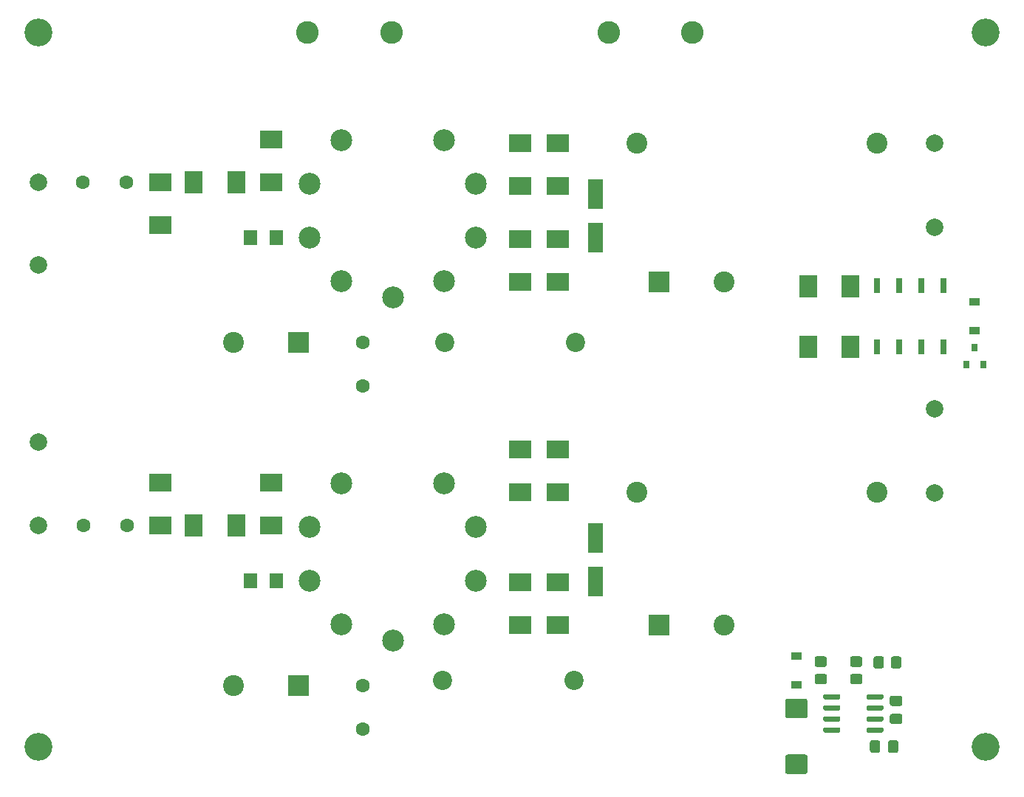
<source format=gbr>
G04 #@! TF.GenerationSoftware,KiCad,Pcbnew,(5.1.9-0-10_14)*
G04 #@! TF.CreationDate,2021-04-04T17:32:44+02:00*
G04 #@! TF.ProjectId,pre-amp-ecc88,7072652d-616d-4702-9d65-636338382e6b,rev?*
G04 #@! TF.SameCoordinates,Original*
G04 #@! TF.FileFunction,Soldermask,Top*
G04 #@! TF.FilePolarity,Negative*
%FSLAX46Y46*%
G04 Gerber Fmt 4.6, Leading zero omitted, Abs format (unit mm)*
G04 Created by KiCad (PCBNEW (5.1.9-0-10_14)) date 2021-04-04 17:32:44*
%MOMM*%
%LPD*%
G01*
G04 APERTURE LIST*
%ADD10R,0.800000X0.900000*%
%ADD11R,1.200000X0.900000*%
%ADD12R,0.800000X1.800000*%
%ADD13C,2.499360*%
%ADD14R,1.800000X3.500000*%
%ADD15C,2.400000*%
%ADD16R,2.400000X2.400000*%
%ADD17C,1.600000*%
%ADD18R,2.100000X2.600000*%
%ADD19R,2.600000X2.100000*%
%ADD20R,1.500000X1.800000*%
%ADD21C,2.000000*%
%ADD22C,2.600000*%
%ADD23C,2.200000*%
%ADD24C,3.200000*%
G04 APERTURE END LIST*
G36*
G01*
X138722000Y-152550000D02*
X138722000Y-152250000D01*
G75*
G02*
X138872000Y-152100000I150000J0D01*
G01*
X140522000Y-152100000D01*
G75*
G02*
X140672000Y-152250000I0J-150000D01*
G01*
X140672000Y-152550000D01*
G75*
G02*
X140522000Y-152700000I-150000J0D01*
G01*
X138872000Y-152700000D01*
G75*
G02*
X138722000Y-152550000I0J150000D01*
G01*
G37*
G36*
G01*
X138722000Y-153820000D02*
X138722000Y-153520000D01*
G75*
G02*
X138872000Y-153370000I150000J0D01*
G01*
X140522000Y-153370000D01*
G75*
G02*
X140672000Y-153520000I0J-150000D01*
G01*
X140672000Y-153820000D01*
G75*
G02*
X140522000Y-153970000I-150000J0D01*
G01*
X138872000Y-153970000D01*
G75*
G02*
X138722000Y-153820000I0J150000D01*
G01*
G37*
G36*
G01*
X138722000Y-155090000D02*
X138722000Y-154790000D01*
G75*
G02*
X138872000Y-154640000I150000J0D01*
G01*
X140522000Y-154640000D01*
G75*
G02*
X140672000Y-154790000I0J-150000D01*
G01*
X140672000Y-155090000D01*
G75*
G02*
X140522000Y-155240000I-150000J0D01*
G01*
X138872000Y-155240000D01*
G75*
G02*
X138722000Y-155090000I0J150000D01*
G01*
G37*
G36*
G01*
X138722000Y-156360000D02*
X138722000Y-156060000D01*
G75*
G02*
X138872000Y-155910000I150000J0D01*
G01*
X140522000Y-155910000D01*
G75*
G02*
X140672000Y-156060000I0J-150000D01*
G01*
X140672000Y-156360000D01*
G75*
G02*
X140522000Y-156510000I-150000J0D01*
G01*
X138872000Y-156510000D01*
G75*
G02*
X138722000Y-156360000I0J150000D01*
G01*
G37*
G36*
G01*
X133772000Y-156360000D02*
X133772000Y-156060000D01*
G75*
G02*
X133922000Y-155910000I150000J0D01*
G01*
X135572000Y-155910000D01*
G75*
G02*
X135722000Y-156060000I0J-150000D01*
G01*
X135722000Y-156360000D01*
G75*
G02*
X135572000Y-156510000I-150000J0D01*
G01*
X133922000Y-156510000D01*
G75*
G02*
X133772000Y-156360000I0J150000D01*
G01*
G37*
G36*
G01*
X133772000Y-155090000D02*
X133772000Y-154790000D01*
G75*
G02*
X133922000Y-154640000I150000J0D01*
G01*
X135572000Y-154640000D01*
G75*
G02*
X135722000Y-154790000I0J-150000D01*
G01*
X135722000Y-155090000D01*
G75*
G02*
X135572000Y-155240000I-150000J0D01*
G01*
X133922000Y-155240000D01*
G75*
G02*
X133772000Y-155090000I0J150000D01*
G01*
G37*
G36*
G01*
X133772000Y-153820000D02*
X133772000Y-153520000D01*
G75*
G02*
X133922000Y-153370000I150000J0D01*
G01*
X135572000Y-153370000D01*
G75*
G02*
X135722000Y-153520000I0J-150000D01*
G01*
X135722000Y-153820000D01*
G75*
G02*
X135572000Y-153970000I-150000J0D01*
G01*
X133922000Y-153970000D01*
G75*
G02*
X133772000Y-153820000I0J150000D01*
G01*
G37*
G36*
G01*
X133772000Y-152550000D02*
X133772000Y-152250000D01*
G75*
G02*
X133922000Y-152100000I150000J0D01*
G01*
X135572000Y-152100000D01*
G75*
G02*
X135722000Y-152250000I0J-150000D01*
G01*
X135722000Y-152550000D01*
G75*
G02*
X135572000Y-152700000I-150000J0D01*
G01*
X133922000Y-152700000D01*
G75*
G02*
X133772000Y-152550000I0J150000D01*
G01*
G37*
G36*
G01*
X141513000Y-148913001D02*
X141513000Y-148012999D01*
G75*
G02*
X141762999Y-147763000I249999J0D01*
G01*
X142463001Y-147763000D01*
G75*
G02*
X142713000Y-148012999I0J-249999D01*
G01*
X142713000Y-148913001D01*
G75*
G02*
X142463001Y-149163000I-249999J0D01*
G01*
X141762999Y-149163000D01*
G75*
G02*
X141513000Y-148913001I0J249999D01*
G01*
G37*
G36*
G01*
X139513000Y-148913001D02*
X139513000Y-148012999D01*
G75*
G02*
X139762999Y-147763000I249999J0D01*
G01*
X140463001Y-147763000D01*
G75*
G02*
X140713000Y-148012999I0J-249999D01*
G01*
X140713000Y-148913001D01*
G75*
G02*
X140463001Y-149163000I-249999J0D01*
G01*
X139762999Y-149163000D01*
G75*
G02*
X139513000Y-148913001I0J249999D01*
G01*
G37*
G36*
G01*
X137090999Y-149768000D02*
X137991001Y-149768000D01*
G75*
G02*
X138241000Y-150017999I0J-249999D01*
G01*
X138241000Y-150718001D01*
G75*
G02*
X137991001Y-150968000I-249999J0D01*
G01*
X137090999Y-150968000D01*
G75*
G02*
X136841000Y-150718001I0J249999D01*
G01*
X136841000Y-150017999D01*
G75*
G02*
X137090999Y-149768000I249999J0D01*
G01*
G37*
G36*
G01*
X137090999Y-147768000D02*
X137991001Y-147768000D01*
G75*
G02*
X138241000Y-148017999I0J-249999D01*
G01*
X138241000Y-148718001D01*
G75*
G02*
X137991001Y-148968000I-249999J0D01*
G01*
X137090999Y-148968000D01*
G75*
G02*
X136841000Y-148718001I0J249999D01*
G01*
X136841000Y-148017999D01*
G75*
G02*
X137090999Y-147768000I249999J0D01*
G01*
G37*
G36*
G01*
X133927001Y-148968000D02*
X133026999Y-148968000D01*
G75*
G02*
X132777000Y-148718001I0J249999D01*
G01*
X132777000Y-148017999D01*
G75*
G02*
X133026999Y-147768000I249999J0D01*
G01*
X133927001Y-147768000D01*
G75*
G02*
X134177000Y-148017999I0J-249999D01*
G01*
X134177000Y-148718001D01*
G75*
G02*
X133927001Y-148968000I-249999J0D01*
G01*
G37*
G36*
G01*
X133927001Y-150968000D02*
X133026999Y-150968000D01*
G75*
G02*
X132777000Y-150718001I0J249999D01*
G01*
X132777000Y-150017999D01*
G75*
G02*
X133026999Y-149768000I249999J0D01*
G01*
X133927001Y-149768000D01*
G75*
G02*
X134177000Y-150017999I0J-249999D01*
G01*
X134177000Y-150718001D01*
G75*
G02*
X133927001Y-150968000I-249999J0D01*
G01*
G37*
D10*
X151130000Y-112300000D03*
X152080000Y-114300000D03*
X150180000Y-114300000D03*
D11*
X151130000Y-110362000D03*
X151130000Y-107062000D03*
X130683000Y-147702000D03*
X130683000Y-151002000D03*
G36*
G01*
X142588000Y-153452500D02*
X141638000Y-153452500D01*
G75*
G02*
X141388000Y-153202500I0J250000D01*
G01*
X141388000Y-152527500D01*
G75*
G02*
X141638000Y-152277500I250000J0D01*
G01*
X142588000Y-152277500D01*
G75*
G02*
X142838000Y-152527500I0J-250000D01*
G01*
X142838000Y-153202500D01*
G75*
G02*
X142588000Y-153452500I-250000J0D01*
G01*
G37*
G36*
G01*
X142588000Y-155527500D02*
X141638000Y-155527500D01*
G75*
G02*
X141388000Y-155277500I0J250000D01*
G01*
X141388000Y-154602500D01*
G75*
G02*
X141638000Y-154352500I250000J0D01*
G01*
X142588000Y-154352500D01*
G75*
G02*
X142838000Y-154602500I0J-250000D01*
G01*
X142838000Y-155277500D01*
G75*
G02*
X142588000Y-155527500I-250000J0D01*
G01*
G37*
G36*
G01*
X141187500Y-158590000D02*
X141187500Y-157640000D01*
G75*
G02*
X141437500Y-157390000I250000J0D01*
G01*
X142112500Y-157390000D01*
G75*
G02*
X142362500Y-157640000I0J-250000D01*
G01*
X142362500Y-158590000D01*
G75*
G02*
X142112500Y-158840000I-250000J0D01*
G01*
X141437500Y-158840000D01*
G75*
G02*
X141187500Y-158590000I0J250000D01*
G01*
G37*
G36*
G01*
X139112500Y-158590000D02*
X139112500Y-157640000D01*
G75*
G02*
X139362500Y-157390000I250000J0D01*
G01*
X140037500Y-157390000D01*
G75*
G02*
X140287500Y-157640000I0J-250000D01*
G01*
X140287500Y-158590000D01*
G75*
G02*
X140037500Y-158840000I-250000J0D01*
G01*
X139362500Y-158840000D01*
G75*
G02*
X139112500Y-158590000I0J250000D01*
G01*
G37*
G36*
G01*
X131708001Y-154872000D02*
X129657999Y-154872000D01*
G75*
G02*
X129408000Y-154622001I0J249999D01*
G01*
X129408000Y-152871999D01*
G75*
G02*
X129657999Y-152622000I249999J0D01*
G01*
X131708001Y-152622000D01*
G75*
G02*
X131958000Y-152871999I0J-249999D01*
G01*
X131958000Y-154622001D01*
G75*
G02*
X131708001Y-154872000I-249999J0D01*
G01*
G37*
G36*
G01*
X131708001Y-161272000D02*
X129657999Y-161272000D01*
G75*
G02*
X129408000Y-161022001I0J249999D01*
G01*
X129408000Y-159271999D01*
G75*
G02*
X129657999Y-159022000I249999J0D01*
G01*
X131708001Y-159022000D01*
G75*
G02*
X131958000Y-159271999I0J-249999D01*
G01*
X131958000Y-161022001D01*
G75*
G02*
X131708001Y-161272000I-249999J0D01*
G01*
G37*
D12*
X147574000Y-105268000D03*
X145034000Y-105268000D03*
X142494000Y-105268000D03*
X139954000Y-105268000D03*
X139954000Y-112268000D03*
X142494000Y-112268000D03*
X145034000Y-112268000D03*
X147574000Y-112268000D03*
D13*
X78562200Y-88519000D03*
X74930000Y-93522800D03*
X74930000Y-99695000D03*
X78562200Y-104698800D03*
X84439760Y-106608880D03*
X90317320Y-104698800D03*
X93949520Y-99695000D03*
X93949520Y-93522800D03*
X90317320Y-88519000D03*
X78562200Y-127889000D03*
X74930000Y-132892800D03*
X74930000Y-139065000D03*
X78562200Y-144068800D03*
X84439760Y-145978880D03*
X90317320Y-144068800D03*
X93949520Y-139065000D03*
X93949520Y-132892800D03*
X90317320Y-127889000D03*
D14*
X107696000Y-99742000D03*
X107696000Y-94742000D03*
X107696000Y-139192000D03*
X107696000Y-134192000D03*
D15*
X112395000Y-88900000D03*
X139895000Y-88900000D03*
X112395000Y-128905000D03*
X139895000Y-128905000D03*
X66160000Y-111760000D03*
D16*
X73660000Y-111760000D03*
D17*
X81026000Y-116760000D03*
X81026000Y-111760000D03*
D15*
X66160000Y-151130000D03*
D16*
X73660000Y-151130000D03*
D17*
X81026000Y-156130000D03*
X81026000Y-151130000D03*
D18*
X132006000Y-105283000D03*
X136906000Y-105283000D03*
D19*
X99060000Y-93800000D03*
X99060000Y-88900000D03*
X103378000Y-93800000D03*
X103378000Y-88900000D03*
X70485000Y-93345000D03*
X70485000Y-88445000D03*
X99060000Y-99875000D03*
X99060000Y-104775000D03*
X103378000Y-99875000D03*
X103378000Y-104775000D03*
D20*
X68120000Y-99695000D03*
X71120000Y-99695000D03*
D18*
X61595000Y-93345000D03*
X66495000Y-93345000D03*
D19*
X57785000Y-98245000D03*
X57785000Y-93345000D03*
D21*
X146558000Y-88900000D03*
X146558000Y-98552000D03*
D22*
X74676000Y-76200000D03*
X84328000Y-76200000D03*
D21*
X43815000Y-102870000D03*
X43815000Y-93345000D03*
D15*
X122435000Y-104775000D03*
D16*
X114935000Y-104775000D03*
D23*
X105410000Y-111760000D03*
X90410000Y-111760000D03*
D17*
X48895000Y-93345000D03*
X53895000Y-93345000D03*
D18*
X132006000Y-112268000D03*
X136906000Y-112268000D03*
D19*
X99060000Y-124005000D03*
X99060000Y-128905000D03*
X103378000Y-124005000D03*
X103378000Y-128905000D03*
X70485000Y-132715000D03*
X70485000Y-127815000D03*
X99060000Y-139245000D03*
X99060000Y-144145000D03*
X103378000Y-139245000D03*
X103378000Y-144145000D03*
D20*
X68120000Y-139065000D03*
X71120000Y-139065000D03*
D18*
X61595000Y-132715000D03*
X66495000Y-132715000D03*
D19*
X57785000Y-127815000D03*
X57785000Y-132715000D03*
D21*
X146558000Y-129032000D03*
X146558000Y-119380000D03*
D22*
X109220000Y-76200000D03*
X118745000Y-76200000D03*
D21*
X43815000Y-123190000D03*
X43815000Y-132715000D03*
D24*
X152400000Y-76200000D03*
X152400000Y-158115000D03*
X43815000Y-158115000D03*
X43815000Y-76200000D03*
D15*
X122435000Y-144145000D03*
D16*
X114935000Y-144145000D03*
D23*
X105170000Y-150495000D03*
X90170000Y-150495000D03*
D17*
X48975000Y-132715000D03*
X53975000Y-132715000D03*
M02*

</source>
